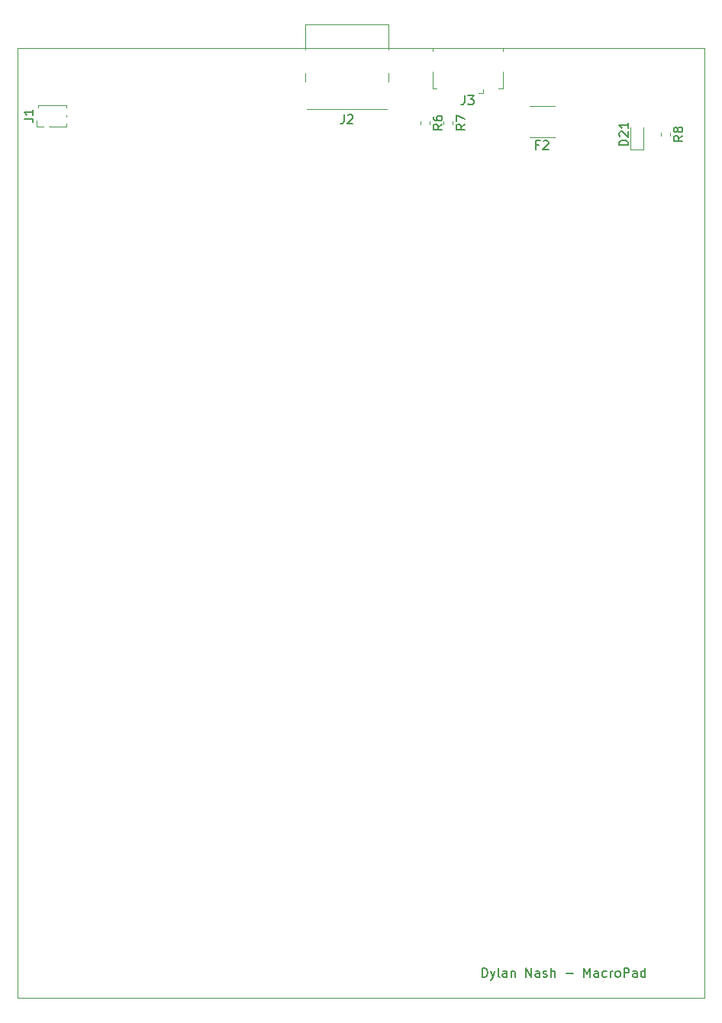
<source format=gto>
G04 #@! TF.GenerationSoftware,KiCad,Pcbnew,(5.1.2)-2*
G04 #@! TF.CreationDate,2019-06-20T10:34:22-04:00*
G04 #@! TF.ProjectId,macropad,6d616372-6f70-4616-942e-6b696361645f,rev?*
G04 #@! TF.SameCoordinates,Original*
G04 #@! TF.FileFunction,Legend,Top*
G04 #@! TF.FilePolarity,Positive*
%FSLAX46Y46*%
G04 Gerber Fmt 4.6, Leading zero omitted, Abs format (unit mm)*
G04 Created by KiCad (PCBNEW (5.1.2)-2) date 2019-06-20 10:34:22*
%MOMM*%
%LPD*%
G04 APERTURE LIST*
%ADD10C,0.150000*%
%ADD11C,0.100000*%
%ADD12C,0.120000*%
G04 APERTURE END LIST*
D10*
X148075190Y-141168380D02*
X148075190Y-140168380D01*
X148313285Y-140168380D01*
X148456142Y-140216000D01*
X148551380Y-140311238D01*
X148599000Y-140406476D01*
X148646619Y-140596952D01*
X148646619Y-140739809D01*
X148599000Y-140930285D01*
X148551380Y-141025523D01*
X148456142Y-141120761D01*
X148313285Y-141168380D01*
X148075190Y-141168380D01*
X148979952Y-140501714D02*
X149218047Y-141168380D01*
X149456142Y-140501714D02*
X149218047Y-141168380D01*
X149122809Y-141406476D01*
X149075190Y-141454095D01*
X148979952Y-141501714D01*
X149979952Y-141168380D02*
X149884714Y-141120761D01*
X149837095Y-141025523D01*
X149837095Y-140168380D01*
X150789476Y-141168380D02*
X150789476Y-140644571D01*
X150741857Y-140549333D01*
X150646619Y-140501714D01*
X150456142Y-140501714D01*
X150360904Y-140549333D01*
X150789476Y-141120761D02*
X150694238Y-141168380D01*
X150456142Y-141168380D01*
X150360904Y-141120761D01*
X150313285Y-141025523D01*
X150313285Y-140930285D01*
X150360904Y-140835047D01*
X150456142Y-140787428D01*
X150694238Y-140787428D01*
X150789476Y-140739809D01*
X151265666Y-140501714D02*
X151265666Y-141168380D01*
X151265666Y-140596952D02*
X151313285Y-140549333D01*
X151408523Y-140501714D01*
X151551380Y-140501714D01*
X151646619Y-140549333D01*
X151694238Y-140644571D01*
X151694238Y-141168380D01*
X152932333Y-141168380D02*
X152932333Y-140168380D01*
X153503761Y-141168380D01*
X153503761Y-140168380D01*
X154408523Y-141168380D02*
X154408523Y-140644571D01*
X154360904Y-140549333D01*
X154265666Y-140501714D01*
X154075190Y-140501714D01*
X153979952Y-140549333D01*
X154408523Y-141120761D02*
X154313285Y-141168380D01*
X154075190Y-141168380D01*
X153979952Y-141120761D01*
X153932333Y-141025523D01*
X153932333Y-140930285D01*
X153979952Y-140835047D01*
X154075190Y-140787428D01*
X154313285Y-140787428D01*
X154408523Y-140739809D01*
X154837095Y-141120761D02*
X154932333Y-141168380D01*
X155122809Y-141168380D01*
X155218047Y-141120761D01*
X155265666Y-141025523D01*
X155265666Y-140977904D01*
X155218047Y-140882666D01*
X155122809Y-140835047D01*
X154979952Y-140835047D01*
X154884714Y-140787428D01*
X154837095Y-140692190D01*
X154837095Y-140644571D01*
X154884714Y-140549333D01*
X154979952Y-140501714D01*
X155122809Y-140501714D01*
X155218047Y-140549333D01*
X155694238Y-141168380D02*
X155694238Y-140168380D01*
X156122809Y-141168380D02*
X156122809Y-140644571D01*
X156075190Y-140549333D01*
X155979952Y-140501714D01*
X155837095Y-140501714D01*
X155741857Y-140549333D01*
X155694238Y-140596952D01*
X157360904Y-140787428D02*
X158122809Y-140787428D01*
X159360904Y-141168380D02*
X159360904Y-140168380D01*
X159694238Y-140882666D01*
X160027571Y-140168380D01*
X160027571Y-141168380D01*
X160932333Y-141168380D02*
X160932333Y-140644571D01*
X160884714Y-140549333D01*
X160789476Y-140501714D01*
X160599000Y-140501714D01*
X160503761Y-140549333D01*
X160932333Y-141120761D02*
X160837095Y-141168380D01*
X160599000Y-141168380D01*
X160503761Y-141120761D01*
X160456142Y-141025523D01*
X160456142Y-140930285D01*
X160503761Y-140835047D01*
X160599000Y-140787428D01*
X160837095Y-140787428D01*
X160932333Y-140739809D01*
X161837095Y-141120761D02*
X161741857Y-141168380D01*
X161551380Y-141168380D01*
X161456142Y-141120761D01*
X161408523Y-141073142D01*
X161360904Y-140977904D01*
X161360904Y-140692190D01*
X161408523Y-140596952D01*
X161456142Y-140549333D01*
X161551380Y-140501714D01*
X161741857Y-140501714D01*
X161837095Y-140549333D01*
X162265666Y-141168380D02*
X162265666Y-140501714D01*
X162265666Y-140692190D02*
X162313285Y-140596952D01*
X162360904Y-140549333D01*
X162456142Y-140501714D01*
X162551380Y-140501714D01*
X163027571Y-141168380D02*
X162932333Y-141120761D01*
X162884714Y-141073142D01*
X162837095Y-140977904D01*
X162837095Y-140692190D01*
X162884714Y-140596952D01*
X162932333Y-140549333D01*
X163027571Y-140501714D01*
X163170428Y-140501714D01*
X163265666Y-140549333D01*
X163313285Y-140596952D01*
X163360904Y-140692190D01*
X163360904Y-140977904D01*
X163313285Y-141073142D01*
X163265666Y-141120761D01*
X163170428Y-141168380D01*
X163027571Y-141168380D01*
X163789476Y-141168380D02*
X163789476Y-140168380D01*
X164170428Y-140168380D01*
X164265666Y-140216000D01*
X164313285Y-140263619D01*
X164360904Y-140358857D01*
X164360904Y-140501714D01*
X164313285Y-140596952D01*
X164265666Y-140644571D01*
X164170428Y-140692190D01*
X163789476Y-140692190D01*
X165218047Y-141168380D02*
X165218047Y-140644571D01*
X165170428Y-140549333D01*
X165075190Y-140501714D01*
X164884714Y-140501714D01*
X164789476Y-140549333D01*
X165218047Y-141120761D02*
X165122809Y-141168380D01*
X164884714Y-141168380D01*
X164789476Y-141120761D01*
X164741857Y-141025523D01*
X164741857Y-140930285D01*
X164789476Y-140835047D01*
X164884714Y-140787428D01*
X165122809Y-140787428D01*
X165218047Y-140739809D01*
X166122809Y-141168380D02*
X166122809Y-140168380D01*
X166122809Y-141120761D02*
X166027571Y-141168380D01*
X165837095Y-141168380D01*
X165741857Y-141120761D01*
X165694238Y-141073142D01*
X165646619Y-140977904D01*
X165646619Y-140692190D01*
X165694238Y-140596952D01*
X165741857Y-140549333D01*
X165837095Y-140501714D01*
X166027571Y-140501714D01*
X166122809Y-140549333D01*
D11*
X172720000Y-38100000D02*
X121539000Y-38100000D01*
X172720000Y-143510000D02*
X172720000Y-38100000D01*
X96520000Y-143510000D02*
X172720000Y-143510000D01*
X96520000Y-38100000D02*
X96520000Y-143510000D01*
X121539000Y-38100000D02*
X96520000Y-38100000D01*
D12*
X165962000Y-49285000D02*
X165962000Y-46825000D01*
X164492000Y-49285000D02*
X165962000Y-49285000D01*
X164492000Y-46825000D02*
X164492000Y-49285000D01*
X137637000Y-41796000D02*
X137637000Y-40896000D01*
X128447000Y-41796000D02*
X128447000Y-40896000D01*
X137637000Y-38196000D02*
X137637000Y-35466000D01*
X128447000Y-38196000D02*
X128447000Y-35466000D01*
X137517000Y-44876000D02*
X128567000Y-44876000D01*
X137637000Y-35466000D02*
X128447000Y-35466000D01*
X167892000Y-47453733D02*
X167892000Y-47796267D01*
X168912000Y-47453733D02*
X168912000Y-47796267D01*
X143762000Y-46169733D02*
X143762000Y-46512267D01*
X144782000Y-46169733D02*
X144782000Y-46512267D01*
X141222000Y-46169733D02*
X141222000Y-46512267D01*
X142242000Y-46169733D02*
X142242000Y-46512267D01*
X148131000Y-43079500D02*
X148131000Y-42629500D01*
X148131000Y-43079500D02*
X147681000Y-43079500D01*
X142531000Y-42529500D02*
X142981000Y-42529500D01*
X142531000Y-40679500D02*
X142531000Y-42529500D01*
X150331000Y-38129500D02*
X150331000Y-38379500D01*
X142531000Y-38129500D02*
X142531000Y-38379500D01*
X150331000Y-40679500D02*
X150331000Y-42529500D01*
X150331000Y-42529500D02*
X149881000Y-42529500D01*
X98661000Y-46795000D02*
X98661000Y-46085000D01*
X99346000Y-46795000D02*
X98661000Y-46795000D01*
X98786000Y-44690507D02*
X98786000Y-44375000D01*
X100031000Y-46795000D02*
X100031000Y-46693276D01*
X98786000Y-44375000D02*
X101906000Y-44375000D01*
X100031000Y-46795000D02*
X101906000Y-46795000D01*
X101906000Y-45690507D02*
X101906000Y-45479493D01*
X101906000Y-44690507D02*
X101906000Y-44375000D01*
X101906000Y-46795000D02*
X101906000Y-46479493D01*
X156072252Y-44518000D02*
X153299748Y-44518000D01*
X156072252Y-47938000D02*
X153299748Y-47938000D01*
D10*
X164249380Y-48839285D02*
X163249380Y-48839285D01*
X163249380Y-48601190D01*
X163297000Y-48458333D01*
X163392238Y-48363095D01*
X163487476Y-48315476D01*
X163677952Y-48267857D01*
X163820809Y-48267857D01*
X164011285Y-48315476D01*
X164106523Y-48363095D01*
X164201761Y-48458333D01*
X164249380Y-48601190D01*
X164249380Y-48839285D01*
X163344619Y-47886904D02*
X163297000Y-47839285D01*
X163249380Y-47744047D01*
X163249380Y-47505952D01*
X163297000Y-47410714D01*
X163344619Y-47363095D01*
X163439857Y-47315476D01*
X163535095Y-47315476D01*
X163677952Y-47363095D01*
X164249380Y-47934523D01*
X164249380Y-47315476D01*
X164249380Y-46363095D02*
X164249380Y-46934523D01*
X164249380Y-46648809D02*
X163249380Y-46648809D01*
X163392238Y-46744047D01*
X163487476Y-46839285D01*
X163535095Y-46934523D01*
X132708666Y-45448380D02*
X132708666Y-46162666D01*
X132661047Y-46305523D01*
X132565809Y-46400761D01*
X132422952Y-46448380D01*
X132327714Y-46448380D01*
X133137238Y-45543619D02*
X133184857Y-45496000D01*
X133280095Y-45448380D01*
X133518190Y-45448380D01*
X133613428Y-45496000D01*
X133661047Y-45543619D01*
X133708666Y-45638857D01*
X133708666Y-45734095D01*
X133661047Y-45876952D01*
X133089619Y-46448380D01*
X133708666Y-46448380D01*
X170284380Y-47791666D02*
X169808190Y-48125000D01*
X170284380Y-48363095D02*
X169284380Y-48363095D01*
X169284380Y-47982142D01*
X169332000Y-47886904D01*
X169379619Y-47839285D01*
X169474857Y-47791666D01*
X169617714Y-47791666D01*
X169712952Y-47839285D01*
X169760571Y-47886904D01*
X169808190Y-47982142D01*
X169808190Y-48363095D01*
X169712952Y-47220238D02*
X169665333Y-47315476D01*
X169617714Y-47363095D01*
X169522476Y-47410714D01*
X169474857Y-47410714D01*
X169379619Y-47363095D01*
X169332000Y-47315476D01*
X169284380Y-47220238D01*
X169284380Y-47029761D01*
X169332000Y-46934523D01*
X169379619Y-46886904D01*
X169474857Y-46839285D01*
X169522476Y-46839285D01*
X169617714Y-46886904D01*
X169665333Y-46934523D01*
X169712952Y-47029761D01*
X169712952Y-47220238D01*
X169760571Y-47315476D01*
X169808190Y-47363095D01*
X169903428Y-47410714D01*
X170093904Y-47410714D01*
X170189142Y-47363095D01*
X170236761Y-47315476D01*
X170284380Y-47220238D01*
X170284380Y-47029761D01*
X170236761Y-46934523D01*
X170189142Y-46886904D01*
X170093904Y-46839285D01*
X169903428Y-46839285D01*
X169808190Y-46886904D01*
X169760571Y-46934523D01*
X169712952Y-47029761D01*
X146154380Y-46507666D02*
X145678190Y-46841000D01*
X146154380Y-47079095D02*
X145154380Y-47079095D01*
X145154380Y-46698142D01*
X145202000Y-46602904D01*
X145249619Y-46555285D01*
X145344857Y-46507666D01*
X145487714Y-46507666D01*
X145582952Y-46555285D01*
X145630571Y-46602904D01*
X145678190Y-46698142D01*
X145678190Y-47079095D01*
X145154380Y-46174333D02*
X145154380Y-45507666D01*
X146154380Y-45936238D01*
X143614380Y-46507666D02*
X143138190Y-46841000D01*
X143614380Y-47079095D02*
X142614380Y-47079095D01*
X142614380Y-46698142D01*
X142662000Y-46602904D01*
X142709619Y-46555285D01*
X142804857Y-46507666D01*
X142947714Y-46507666D01*
X143042952Y-46555285D01*
X143090571Y-46602904D01*
X143138190Y-46698142D01*
X143138190Y-47079095D01*
X142614380Y-45650523D02*
X142614380Y-45841000D01*
X142662000Y-45936238D01*
X142709619Y-45983857D01*
X142852476Y-46079095D01*
X143042952Y-46126714D01*
X143423904Y-46126714D01*
X143519142Y-46079095D01*
X143566761Y-46031476D01*
X143614380Y-45936238D01*
X143614380Y-45745761D01*
X143566761Y-45650523D01*
X143519142Y-45602904D01*
X143423904Y-45555285D01*
X143185809Y-45555285D01*
X143090571Y-45602904D01*
X143042952Y-45650523D01*
X142995333Y-45745761D01*
X142995333Y-45936238D01*
X143042952Y-46031476D01*
X143090571Y-46079095D01*
X143185809Y-46126714D01*
X146097666Y-43331880D02*
X146097666Y-44046166D01*
X146050047Y-44189023D01*
X145954809Y-44284261D01*
X145811952Y-44331880D01*
X145716714Y-44331880D01*
X146478619Y-43331880D02*
X147097666Y-43331880D01*
X146764333Y-43712833D01*
X146907190Y-43712833D01*
X147002428Y-43760452D01*
X147050047Y-43808071D01*
X147097666Y-43903309D01*
X147097666Y-44141404D01*
X147050047Y-44236642D01*
X147002428Y-44284261D01*
X146907190Y-44331880D01*
X146621476Y-44331880D01*
X146526238Y-44284261D01*
X146478619Y-44236642D01*
X97238380Y-45918333D02*
X97952666Y-45918333D01*
X98095523Y-45965952D01*
X98190761Y-46061190D01*
X98238380Y-46204047D01*
X98238380Y-46299285D01*
X98238380Y-44918333D02*
X98238380Y-45489761D01*
X98238380Y-45204047D02*
X97238380Y-45204047D01*
X97381238Y-45299285D01*
X97476476Y-45394523D01*
X97524095Y-45489761D01*
X154352666Y-48806571D02*
X154019333Y-48806571D01*
X154019333Y-49330380D02*
X154019333Y-48330380D01*
X154495523Y-48330380D01*
X154828857Y-48425619D02*
X154876476Y-48378000D01*
X154971714Y-48330380D01*
X155209809Y-48330380D01*
X155305047Y-48378000D01*
X155352666Y-48425619D01*
X155400285Y-48520857D01*
X155400285Y-48616095D01*
X155352666Y-48758952D01*
X154781238Y-49330380D01*
X155400285Y-49330380D01*
M02*

</source>
